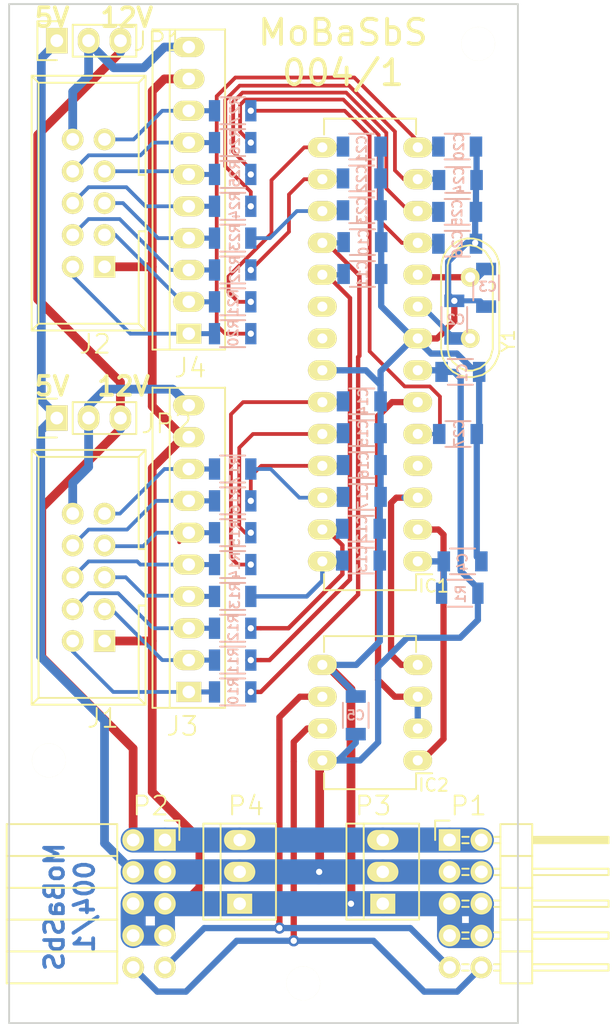
<source format=kicad_pcb>
(kicad_pcb (version 20241229) (generator "pcbnew") (generator_version "9.0")
  (title_block (title "µProzessor-ATMEGA8") (date "2019-03-04") (rev "1") (comment 2 "MoBaSbS-004") (comment 3 "µProzessor Board-ATMEGA8") (comment 4 "MoBaSbS"))
  (layers (0 "F.Cu" signal) (2 "B.Cu" signal) (13 "F.Paste" user) (15 "B.Paste" user) (5 "F.SilkS" user) (7 "B.SilkS" user) (1 "F.Mask" user) (3 "B.Mask" user) (25 "Edge.Cuts" user))
  (net 0 "")
  (net 1 "+5V")
  (net 2 "GND")
  (net 3 "Net-(C2-Pad1)")
  (net 4 "Net-(C3-Pad1)")
  (net 5 "Net-(C4-Pad1)")
  (net 6 "Net-(IC1-Pad2)")
  (net 7 "Net-(IC1-Pad3)")
  (net 8 "Net-(IC1-Pad6)")
  (net 9 "Net-(IC2-Pad6)")
  (net 10 "Net-(IC2-Pad7)")
  (net 11 "+12V")
  (net 12 "Net-(C10-Pad2)")
  (net 13 "Net-(C11-Pad2)")
  (net 14 "Net-(C12-Pad2)")
  (net 15 "Net-(C13-Pad2)")
  (net 16 "Net-(C14-Pad2)")
  (net 17 "Net-(C15-Pad2)")
  (net 18 "Net-(C16-Pad2)")
  (net 19 "Net-(C17-Pad2)")
  (net 20 "Net-(C20-Pad2)")
  (net 21 "Net-(C21-Pad2)")
  (net 22 "Net-(C22-Pad2)")
  (net 23 "Net-(C23-Pad2)")
  (net 24 "Net-(C24-Pad2)")
  (net 25 "Net-(C25-Pad2)")
  (net 26 "Net-(C26-Pad2)")
  (net 27 "Net-(C27-Pad2)")
  (net 28 "Net-(J1-Pad2)")
  (net 29 "Net-(J1-Pad3)")
  (net 30 "Net-(J1-Pad4)")
  (net 31 "Net-(J1-Pad5)")
  (net 32 "Net-(J1-Pad6)")
  (net 33 "Net-(J1-Pad7)")
  (net 34 "Net-(J1-Pad8)")
  (net 35 "Net-(J1-Pad9)")
  (net 36 "Net-(J2-Pad2)")
  (net 37 "Net-(J2-Pad3)")
  (net 38 "Net-(J2-Pad4)")
  (net 39 "Net-(J2-Pad5)")
  (net 40 "Net-(J2-Pad6)")
  (net 41 "Net-(J2-Pad7)")
  (net 42 "Net-(J2-Pad8)")
  (net 43 "Net-(J2-Pad9)")
  (net 44 "Net-(J1-Pad10)")
  (net 45 "Net-(J2-Pad10)")
  (footprint "Housings_DIP:DIP-28_W7.62mm_LongPads" (layer "F.Cu") (at 121.285 128.905 180)
    (property "Reference" "IC1")
    (property "Value" "ATMEGA8A-P" (hide yes))
  )
  (footprint "Housings_DIP:DIP-8_W7.62mm_LongPads" (layer "F.Cu") (at 121.285 144.78 180)
    (property "Reference" "IC2")
    (property "Value" "MAX485" (hide yes))
  )
  (footprint "Connect:IDC_Header_Straight_10pins" (layer "F.Cu") (at 96.266 135.255 90)
    (property "Reference" "J1")
    (property "Value" "10-Flachband")
  )
  (footprint "Connect:IDC_Header_Straight_10pins" (layer "F.Cu") (at 96.266 105.41 90)
    (property "Reference" "J2")
    (property "Value" "10-Flachband")
  )
  (footprint "Pin_Headers:Pin_Header_Angled_2x05" (layer "F.Cu") (at 123.825 151.13)
    (property "Reference" "P1")
    (property "Value" "CONN_02X05" (hide yes))
  )
  (footprint "Socket_Strips:Socket_Strip_Angled_2x05" (layer "F.Cu") (at 101.092 151.13 -90)
    (property "Reference" "P2")
    (property "Value" "CONN_02X05" (hide yes))
  )
  (footprint "Crystals:Crystal_HC49-U_Vertical" (layer "F.Cu") (at 125.476 108.68406 90)
    (property "Reference" "Y1")
    (property "Value" "8MHz" (hide yes))
  )
  (footprint "Mounting_Holes:MountingHole_2.7mm" (layer "F.Cu") (at 112.141 162.56)
    (property "Reference" "REF**" (hide yes))
    (property "Value" "MountingHole_2.7mm" (hide yes))
  )
  (footprint "Mounting_Holes:MountingHole_2.7mm" (layer "F.Cu") (at 91.821 144.78)
    (property "Reference" "REF**" (hide yes))
    (property "Value" "MountingHole_2.7mm" (hide yes))
  )
  (footprint "Mounting_Holes:MountingHole_2.7mm" (layer "F.Cu") (at 126.111 87.63)
    (property "Reference" "REF**" (hide yes))
    (property "Value" "MountingHole_2.7mm" (hide yes))
  )
  (footprint "Pin_Headers:Pin_Header_Straight_1x03" (layer "F.Cu") (at 92.456 87.376 90)
    (property "Reference" "JP1")
    (property "Value" "JUMPER3" (hide yes))
  )
  (footprint "Pin_Headers:Pin_Header_Straight_1x03" (layer "F.Cu") (at 92.456 117.475 90)
    (property "Reference" "JP2")
    (property "Value" "JUMPER3" (hide yes))
  )
  (footprint "StefanFootPin:PSS254-10G" (layer "F.Cu") (at 102.997 139.319 90)
    (property "Reference" "J3")
    (property "Value" "PSS254-10P" (hide yes))
  )
  (footprint "StefanFootPin:PSS254-10G" (layer "F.Cu") (at 102.997 110.744 90)
    (property "Reference" "J4")
    (property "Value" "PSS254-10P" (hide yes))
  )
  (footprint "StefanFootPin:PSS254-3G" (layer "F.Cu") (at 118.491 156.21 90)
    (property "Reference" "P3")
    (property "Value" "PSS-3G" (hide yes))
  )
  (footprint "StefanFootPin:PSS254-3G" (layer "F.Cu") (at 107.061 156.21 90)
    (property "Reference" "P4")
    (property "Value" "PSS-3G" (hide yes))
  )
  (footprint "Capacitors_SMD:C_1206" (layer "B.Cu") (at 124.69 113.792)
    (property "Reference" "C1")
    (property "Value" "100nF" (hide yes))
  )
  (footprint "Capacitors_SMD:C_1206" (layer "B.Cu") (at 124.206 109.625 90)
    (property "Reference" "C2")
    (property "Value" "33pF" (hide yes))
  )
  (footprint "Capacitors_SMD:C_1206" (layer "B.Cu") (at 126.746 107.085 -90)
    (property "Reference" "C3")
    (property "Value" "33pF" (hide yes))
  )
  (footprint "Capacitors_SMD:C_1206" (layer "B.Cu") (at 124.865 128.905)
    (property "Reference" "C4")
    (property "Value" "100nF" (hide yes))
  )
  (footprint "Capacitors_SMD:C_1206" (layer "B.Cu") (at 116.332 141.1845 90)
    (property "Reference" "C5")
    (property "Value" "100nF" (hide yes))
  )
  (footprint "Capacitors_SMD:C_1206" (layer "B.Cu") (at 116.864 103.4415 180)
    (property "Reference" "C10")
    (property "Value" "47nF" (hide yes))
  )
  (footprint "Capacitors_SMD:C_1206" (layer "B.Cu") (at 116.864 105.9815 180)
    (property "Reference" "C11")
    (property "Value" "47nF" (hide yes))
  )
  (footprint "Capacitors_SMD:C_1206" (layer "B.Cu") (at 116.7525 126.3015 180)
    (property "Reference" "C12")
    (property "Value" "47nF" (hide yes))
  )
  (footprint "Capacitors_SMD:C_1206" (layer "B.Cu") (at 116.7525 128.8415 180)
    (property "Reference" "C13")
    (property "Value" "47nF" (hide yes))
  )
  (footprint "Capacitors_SMD:C_1206" (layer "B.Cu") (at 116.816 116.1415 180)
    (property "Reference" "C14")
    (property "Value" "47nF" (hide yes))
  )
  (footprint "Capacitors_SMD:C_1206" (layer "B.Cu") (at 116.816 118.6815 180)
    (property "Reference" "C15")
    (property "Value" "47nF" (hide yes))
  )
  (footprint "Capacitors_SMD:C_1206" (layer "B.Cu") (at 116.816 121.2215 180)
    (property "Reference" "C16")
    (property "Value" "47nF" (hide yes))
  )
  (footprint "Capacitors_SMD:C_1206" (layer "B.Cu") (at 116.816 123.7615 180)
    (property "Reference" "C17")
    (property "Value" "47nF" (hide yes))
  )
  (footprint "Capacitors_SMD:C_1206" (layer "B.Cu") (at 124.436 95.8215 180)
    (property "Reference" "C20")
    (property "Value" "47nF" (hide yes))
  )
  (footprint "Capacitors_SMD:C_1206" (layer "B.Cu") (at 116.816 95.8215 180)
    (property "Reference" "C21")
    (property "Value" "47nF" (hide yes))
  )
  (footprint "Capacitors_SMD:C_1206" (layer "B.Cu") (at 116.816 98.3615 180)
    (property "Reference" "C22")
    (property "Value" "47nF" (hide yes))
  )
  (footprint "Capacitors_SMD:C_1206" (layer "B.Cu") (at 116.816 100.9015 180)
    (property "Reference" "C23")
    (property "Value" "47nF" (hide yes))
  )
  (footprint "Capacitors_SMD:C_1206" (layer "B.Cu") (at 124.484 98.4885 180)
    (property "Reference" "C24")
    (property "Value" "47nF" (hide yes))
  )
  (footprint "Capacitors_SMD:C_1206" (layer "B.Cu") (at 124.436 101.0285 180)
    (property "Reference" "C25")
    (property "Value" "47nF" (hide yes))
  )
  (footprint "Resistors_SMD:R_1206" (layer "B.Cu") (at 124.64 131.445 180)
    (property "Reference" "R1")
    (property "Value" "10K0" (hide yes))
  )
  (footprint "Resistors_SMD:R_1206" (layer "B.Cu") (at 106.5 139.319)
    (property "Reference" "R10")
    (property "Value" "R" (hide yes))
  )
  (footprint "Resistors_SMD:R_1206" (layer "B.Cu") (at 106.5 136.779)
    (property "Reference" "R11")
    (property "Value" "R" (hide yes))
  )
  (footprint "Resistors_SMD:R_1206" (layer "B.Cu") (at 106.5 134.239)
    (property "Reference" "R12")
    (property "Value" "R" (hide yes))
  )
  (footprint "Resistors_SMD:R_1206" (layer "B.Cu") (at 106.5 131.699)
    (property "Reference" "R13")
    (property "Value" "R" (hide yes))
  )
  (footprint "Resistors_SMD:R_1206" (layer "B.Cu") (at 106.5 129.159)
    (property "Reference" "R14")
    (property "Value" "R" (hide yes))
  )
  (footprint "Resistors_SMD:R_1206" (layer "B.Cu") (at 106.5 126.619)
    (property "Reference" "R15")
    (property "Value" "R" (hide yes))
  )
  (footprint "Resistors_SMD:R_1206" (layer "B.Cu") (at 106.5 124.079)
    (property "Reference" "R16")
    (property "Value" "R" (hide yes))
  )
  (footprint "Resistors_SMD:R_1206" (layer "B.Cu") (at 106.5 121.539)
    (property "Reference" "R17")
    (property "Value" "R" (hide yes))
  )
  (footprint "Resistors_SMD:R_1206" (layer "B.Cu") (at 106.5 110.744)
    (property "Reference" "R20")
    (property "Value" "R" (hide yes))
  )
  (footprint "Resistors_SMD:R_1206" (layer "B.Cu") (at 106.5 108.204)
    (property "Reference" "R21")
    (property "Value" "R" (hide yes))
  )
  (footprint "Resistors_SMD:R_1206" (layer "B.Cu") (at 106.5 105.664)
    (property "Reference" "R22")
    (property "Value" "R" (hide yes))
  )
  (footprint "Resistors_SMD:R_1206" (layer "B.Cu") (at 106.5 103.124)
    (property "Reference" "R23")
    (property "Value" "R" (hide yes))
  )
  (footprint "Resistors_SMD:R_1206" (layer "B.Cu") (at 106.5 100.584)
    (property "Reference" "R24")
    (property "Value" "R" (hide yes))
  )
  (footprint "Resistors_SMD:R_1206" (layer "B.Cu") (at 106.5 98.044)
    (property "Reference" "R25")
    (property "Value" "R" (hide yes))
  )
  (footprint "Resistors_SMD:R_1206" (layer "B.Cu") (at 106.5 95.504)
    (property "Reference" "R26")
    (property "Value" "R" (hide yes))
  )
  (footprint "Resistors_SMD:R_1206" (layer "B.Cu") (at 106.5 92.964)
    (property "Reference" "R27")
    (property "Value" "R" (hide yes))
  )
  (footprint "Capacitors_SMD:C_1206" (layer "B.Cu") (at 124.436 103.5685 180)
    (property "Reference" "C26")
    (property "Value" "47nF" (hide yes))
  )
  (footprint "Capacitors_SMD:C_1206" (layer "B.Cu") (at 124.4995 118.745 180)
    (property "Reference" "C27")
    (property "Value" "47nF" (hide yes))
  )
  (gr_line (start 129.286 84.455) (end 88.646 84.455) (stroke (width 0.15)) (layer "Edge.Cuts"))
  (gr_line (start 129.286 165.735) (end 129.286 84.455) (stroke (width 0.15)) (layer "Edge.Cuts"))
  (gr_line (start 88.646 84.455) (end 88.646 165.735) (stroke (width 0.15)) (layer "Edge.Cuts"))
  (gr_line (start 88.646 165.735) (end 129.286 165.735) (stroke (width 0.15)) (layer "Edge.Cuts"))
  (gr_text "MoBaSbS\n004/1" (at 93.472 156.464 90) (layer "B.Cu") (effects (font (size 1.5 1.5) (thickness 0.3)) (justify mirror)))
  (gr_text "5V" (at 92.075 85.5345 0) (layer "F.SilkS") (effects (font (size 1.5 1.5) (thickness 0.3))))
  (gr_text "12V" (at 98.044 85.5345 0) (layer "F.SilkS") (effects (font (size 1.5 1.5) (thickness 0.3))))
  (gr_text "12V" (at 97.79 114.935 0) (layer "F.SilkS") (effects (font (size 1.5 1.5) (thickness 0.3))))
  (gr_text "5V" (at 92.075 114.935 0) (layer "F.SilkS") (effects (font (size 1.5 1.5) (thickness 0.3))))
  (gr_text "MoBaSbS\n004/1" (at 115.316 88.3285 0) (layer "F.SilkS") (effects (font (size 2 2) (thickness 0.3))))
  (segment (start 113.665 144.78) (end 113.449511 144.995489) (width 0.7) (layer "F.Cu") (net 1))
  (segment (start 113.449511 153.631489) (end 113.411 153.67) (width 0.7) (layer "F.Cu") (net 1))
  (segment (start 92.456 117.3226) (end 92.456 117.475) (width 0.7) (layer "F.Cu") (net 1))
  (segment (start 113.449511 144.995489) (end 113.449511 153.631489) (width 0.7) (layer "F.Cu") (net 1))
  (segment (start 92.456 87.376) (end 92.456 87.5284) (width 0.7) (layer "F.Cu") (net 1))
  (segment (start 92.456 117.475) (end 92.172132 117.475) (width 0.7) (layer "F.Cu") (net 1))
  (via (at 113.411 153.67) (size 0.9) (drill 0.5) (layers "F.Cu" "B.Cu") (net 1))
  (segment (start 116.67511 144.78) (end 113.665 144.78) (width 0.5) (layer "B.Cu") (net 1))
  (segment (start 113.665 144.78) (end 114.046 144.78) (width 0.5) (layer "B.Cu") (net 1))
  (segment (start 116.332 143.374844) (end 114.926844 144.78) (width 0.5) (layer "B.Cu") (net 1))
  (segment (start 121.285 113.665) (end 123.063 113.665) (width 0.5) (layer "B.Cu") (net 1))
  (segment (start 126.09 131.445) (end 126.09 133.577053) (width 0.5) (layer "B.Cu") (net 1))
  (segment (start 120.434687 134.99599) (end 118.122694 137.307983) (width 0.5) (layer "B.Cu") (net 1))
  (segment (start 113.411 153.67) (end 118.491 153.67) (width 2) (layer "B.Cu") (net 1))
  (segment (start 92.456 87.5284) (end 91.216164 88.768236) (width 0.7) (layer "B.Cu") (net 1))
  (segment (start 91.216164 88.768236) (end 91.216164 116.082764) (width 0.7) (layer "B.Cu") (net 1))
  (segment (start 91.173279 118.473853) (end 91.173279 136.512279) (width 0.7) (layer "B.Cu") (net 1))
  (segment (start 101.092 153.67) (end 98.552 153.67) (width 2) (layer "B.Cu") (net 1))
  (segment (start 126.09 133.577053) (end 124.671063 134.99599) (width 0.5) (layer "B.Cu") (net 1))
  (segment (start 124.714 114.316) (end 124.714 129.669) (width 0.5) (layer "B.Cu") (net 1))
  (segment (start 126.365 153.67) (end 123.825 153.67) (width 2) (layer "B.Cu") (net 1))
  (segment (start 101.092 153.67) (end 107.061 153.67) (width 2) (layer "B.Cu") (net 1))
  (segment (start 118.122694 137.307983) (end 118.122694 143.332416) (width 0.5) (layer "B.Cu") (net 1))
  (segment (start 124.671063 134.99599) (end 120.434687 134.99599) (width 0.5) (layer "B.Cu") (net 1))
  (segment (start 92.172132 117.475) (end 91.173279 118.473853) (width 0.7) (layer "B.Cu") (net 1))
  (segment (start 118.491 153.67) (end 123.825 153.67) (width 2) (layer "B.Cu") (net 1))
  (segment (start 96.266 141.605) (end 96.266 151.384) (width 0.7) (layer "B.Cu") (net 1))
  (segment (start 123.19 113.792) (end 124.19 113.792) (width 0.5) (layer "B.Cu") (net 1))
  (segment (start 114.926844 144.78) (end 113.665 144.78) (width 0.5) (layer "B.Cu") (net 1))
  (segment (start 116.332 142.494) (end 116.332 143.374844) (width 0.5) (layer "B.Cu") (net 1))
  (segment (start 124.19 113.792) (end 124.714 114.316) (width 0.5) (layer "B.Cu") (net 1))
  (segment (start 107.061 153.67) (end 113.411 153.67) (width 2) (layer "B.Cu") (net 1))
  (segment (start 91.173279 136.512279) (end 96.266 141.605) (width 0.7) (layer "B.Cu") (net 1))
  (segment (start 91.216164 116.082764) (end 92.456 117.3226) (width 0.7) (layer "B.Cu") (net 1))
  (segment (start 118.122694 143.332416) (end 116.67511 144.78) (width 0.5) (layer "B.Cu") (net 1))
  (segment (start 96.266 151.384) (end 98.552 153.67) (width 0.7) (layer "B.Cu") (net 1))
  (segment (start 124.714 129.669) (end 126.09 131.045) (width 0.5) (layer "B.Cu") (net 1))
  (segment (start 102.997 90.424) (end 101.047 90.424) (width 0.7) (layer "F.Cu") (net 2))
  (segment (start 122.835 111.125) (end 124.206 109.754) (width 0.5) (layer "F.Cu") (net 2))
  (segment (start 100.076 135.255) (end 100.076 147.299598) (width 0.7) (layer "F.Cu") (net 2))
  (segment (start 96.266 105.41) (end 100.076 105.41) (width 0.7) (layer "F.Cu") (net 2))
  (segment (start 103.886 154.917132) (end 102.593132 156.21) (width 0.7) (layer "F.Cu") (net 2))
  (segment (start 100.076 121.47) (end 100.076 135.255) (width 0.7) (layer "F.Cu") (net 2))
  (segment (start 100.076 91.395) (end 100.076 105.41) (width 0.7) (layer "F.Cu") (net 2))
  (segment (start 100.076 147.299598) (end 103.886 151.109598) (width 0.7) (layer "F.Cu") (net 2))
  (segment (start 100.076 105.41) (end 100.076 116.528) (width 0.7) (layer "F.Cu") (net 2))
  (segment (start 102.547 118.999) (end 100.076 121.47) (width 0.7) (layer "F.Cu") (net 2))
  (segment (start 101.047 90.424) (end 100.076 91.395) (width 0.7) (layer "F.Cu") (net 2))
  (segment (start 96.266 135.255) (end 100.076 135.255) (width 0.7) (layer "F.Cu") (net 2))
  (segment (start 103.886 151.109598) (end 103.886 154.917132) (width 0.7) (layer "F.Cu") (net 2))
  (segment (start 100.076 116.528) (end 102.547 118.999) (width 0.7) (layer "F.Cu") (net 2))
  (segment (start 124.206 109.754) (end 124.206 109.025) (width 0.5) (layer "F.Cu") (net 2))
  (segment (start 124.206 109.025) (end 124.206 108.125) (width 0.5) (layer "F.Cu") (net 2))
  (segment (start 115.951 139.096) (end 115.951 139.650431) (width 0.7) (layer "F.Cu") (net 2))
  (segment (start 115.951 139.650431) (end 115.951 156.21) (width 0.7) (layer "F.Cu") (net 2))
  (segment (start 121.285 111.125) (end 122.835 111.125) (width 0.5) (layer "F.Cu") (net 2))
  (segment (start 114.015 137.16) (end 115.951 139.096) (width 0.7) (layer "F.Cu") (net 2))
  (segment (start 102.593132 156.21) (end 101.092 156.21) (width 0.7) (layer "F.Cu") (net 2))
  (segment (start 121.285 111.125) (end 121.635 111.125) (width 0.5) (layer "F.Cu") (net 2))
  (segment (start 102.997 90.424) (end 102.497 90.424) (width 1) (layer "F.Cu") (net 2))
  (segment (start 120.935 111.125) (end 121.285 111.125) (width 0.5) (layer "F.Cu") (net 2))
  (via (at 125.8725 103.505) (size 0.9) (drill 0.5) (layers "F.Cu" "B.Cu") (net 2))
  (via (at 115.951 156.21) (size 0.9) (drill 0.5) (layers "F.Cu" "B.Cu") (net 2))
  (via (at 124.206 108.125) (size 0.9) (drill 0.5) (layers "F.Cu" "B.Cu") (net 2))
  (segment (start 113.998 137.16) (end 116.332 139.494) (width 0.5) (layer "B.Cu") (net 2))
  (segment (start 126.365 158.75) (end 126.365 156.21) (width 2) (layer "B.Cu") (net 2))
  (segment (start 116.3705 137.16) (end 113.665 137.16) (width 0.5) (layer "B.Cu") (net 2))
  (segment (start 123.711675 107.630675) (end 124.206 108.125) (width 0.5) (layer "B.Cu") (net 2))
  (segment (start 125.936 98.5365) (end 125.984 98.4885) (width 0.5) (layer "B.Cu") (net 2))
  (segment (start 124.408711 112.330181) (end 125.57053 113.492) (width 0.5) (layer "B.Cu") (net 2))
  (segment (start 115.315 113.665) (end 113.665 113.665) (width 0.5) (layer "B.Cu") (net 2))
  (segment (start 125.9995 118.745) (end 125.9995 128.5395) (width 0.5) (layer "B.Cu") (net 2))
  (segment (start 118.364 103.4415) (end 118.364 105.9815) (width 0.5) (layer "B.Cu") (net 2))
  (segment (start 101.092 158.75) (end 98.552 158.75) (width 1.6) (layer "B.Cu") (net 2))
  (segment (start 125.8725 103.505) (end 125.201501 103.505) (width 0.5) (layer "B.Cu") (net 2))
  (segment (start 118.364 108.554) (end 120.935 111.125) (width 0.5) (layer "B.Cu") (net 2))
  (segment (start 118.316 100.9015) (end 118.316 103.3935) (width 0.5) (layer "B.Cu") (net 2))
  (segment (start 118.316 98.3615) (end 118.316 100.9015) (width 0.5) (layer "B.Cu") (net 2))
  (segment (start 118.2525 128.905) (end 118.2525 135.278) (width 0.5) (layer "B.Cu") (net 2))
  (segment (start 113.665 137.16) (end 114.015 137.16) (width 0.7) (layer "B.Cu") (net 2))
  (segment (start 121.635 111.125) (end 121.635 111.622283) (width 0.5) (layer "B.Cu") (net 2))
  (segment (start 102.547 118.999) (end 102.997 118.999) (width 0.7) (layer "B.Cu") (net 2))
  (segment (start 125.8725 101.092) (end 125.936 101.0285) (width 0.5) (layer "B.Cu") (net 2))
  (segment (start 101.092 156.21) (end 107.061 156.21) (width 2) (layer "B.Cu") (net 2))
  (segment (start 118.491 156.21) (end 123.825 156.21) (width 2) (layer "B.Cu") (net 2))
  (segment (start 121.635 111.622283) (end 122.342898 112.330181) (width 0.5) (layer "B.Cu") (net 2))
  (segment (start 118.2525 123.825) (end 118.316 123.7615) (width 0.5) (layer "B.Cu") (net 2))
  (segment (start 107.061 156.21) (end 115.951 156.21) (width 2) (layer "B.Cu") (net 2))
  (segment (start 125.201501 103.505) (end 123.711675 104.994826) (width 0.5) (layer "B.Cu") (net 2))
  (segment (start 117.1395 113.665) (end 115.315 113.665) (width 0.5) (layer "B.Cu") (net 2))
  (segment (start 125.984 98.4885) (end 125.984 95.8695) (width 0.5) (layer "B.Cu") (net 2))
  (segment (start 126.365 158.75) (end 123.825 158.75) (width 2) (layer "B.Cu") (net 2))
  (segment (start 125.8725 103.505) (end 125.8725 101.092) (width 0.5) (layer "B.Cu") (net 2))
  (segment (start 113.665 137.16) (end 113.998 137.16) (width 0.5) (layer "B.Cu") (net 2))
  (segment (start 123.825 158.75) (end 123.825 156.21) (width 2) (layer "B.Cu") (net 2))
  (segment (start 118.316 114.8415) (end 118.316 113.744) (width 0.5) (layer "B.Cu") (net 2))
  (segment (start 118.316 121.2215) (end 118.316 118.6815) (width 0.5) (layer "B.Cu") (net 2))
  (segment (start 118.316 116.1415) (end 118.316 114.8415) (width 0.5) (layer "B.Cu") (net 2))
  (segment (start 126.19 113.792) (end 126.19 118.5545) (width 0.5) (layer "B.Cu") (net 2))
  (segment (start 126.19 118.5545) (end 125.9995 118.745) (width 0.5) (layer "B.Cu") (net 2))
  (segment (start 125.936 101.0285) (end 125.936 98.5365) (width 0.5) (layer "B.Cu") (net 2))
  (segment (start 118.316 95.8215) (end 118.316 98.3615) (width 0.5) (layer "B.Cu") (net 2))
  (segment (start 101.092 158.75) (end 101.092 156.21) (width 1.6) (layer "B.Cu") (net 2))
  (segment (start 125.984 95.8695) (end 125.936 95.8215) (width 0.5) (layer "B.Cu") (net 2))
  (segment (start 118.316 113.744) (end 120.935 111.125) (width 0.5) (layer "B.Cu") (net 2))
  (segment (start 118.316 123.7615) (end 118.316 121.2215) (width 0.5) (layer "B.Cu") (net 2))
  (segment (start 118.2525 135.278) (end 116.3705 137.16) (width 0.5) (layer "B.Cu") (net 2))
  (segment (start 101.092 156.21) (end 98.552 156.21) (width 2) (layer "B.Cu") (net 2))
  (segment (start 122.342898 112.330181) (end 124.408711 112.330181) (width 0.5) (layer "B.Cu") (net 2))
  (segment (start 115.951 156.21) (end 118.491 156.21) (width 2) (layer "B.Cu") (net 2))
  (segment (start 118.316 118.6815) (end 118.316 116.1415) (width 0.5) (layer "B.Cu") (net 2))
  (segment (start 126.365 156.21) (end 123.825 156.21) (width 2) (layer "B.Cu") (net 2))
  (segment (start 123.711675 104.994826) (end 123.711675 107.630675) (width 0.5) (layer "B.Cu") (net 2))
  (segment (start 126.286 108.125) (end 126.746 108.585) (width 0.4) (layer "B.Cu") (net 2))
  (segment (start 118.316 103.3935) (end 118.364 103.4415) (width 0.5) (layer "B.Cu") (net 2))
  (segment (start 125.57053 113.492) (end 126.19 113.492) (width 0.5) (layer "B.Cu") (net 2))
  (segment (start 98.552 156.21) (end 98.552 158.75) (width 2) (layer "B.Cu") (net 2))
  (segment (start 118.364 105.9815) (end 118.364 108.554) (width 0.5) (layer "B.Cu") (net 2))
  (segment (start 118.2525 126.3015) (end 118.2525 123.825) (width 0.5) (layer "B.Cu") (net 2))
  (segment (start 120.935 111.125) (end 121.285 111.125) (width 0.5) (layer "B.Cu") (net 2))
  (segment (start 118.316 114.8415) (end 117.1395 113.665) (width 0.5) (layer "B.Cu") (net 2))
  (segment (start 124.206 108.125) (end 126.286 108.125) (width 0.4) (layer "B.Cu") (net 2))
  (segment (start 118.2525 128.8415) (end 118.2525 126.3015) (width 0.5) (layer "B.Cu") (net 2))
  (segment (start 121.285 108.585) (end 121.666 108.585) (width 0.4) (layer "F.Cu") (net 3))
  (segment (start 124.206 111.125) (end 125.476 111.125) (width 0.4) (layer "B.Cu") (net 3))
  (segment (start 121.666 108.585) (end 124.206 111.125) (width 0.4) (layer "B.Cu") (net 3))
  (segment (start 121.48312 106.24312) (end 121.285 106.045) (width 0.5) (layer "F.Cu") (net 4))
  (segment (start 125.476 106.24312) (end 121.48312 106.24312) (width 0.5) (layer "F.Cu") (net 4))
  (segment (start 126.08788 106.24312) (end 126.746 105.585) (width 0.5) (layer "B.Cu") (net 4))
  (segment (start 125.476 106.24312) (end 126.08788 106.24312) (width 0.5) (layer "B.Cu") (net 4))
  (segment (start 121.285 128.905) (end 123.365 128.905) (width 0.5) (layer "B.Cu") (net 5))
  (segment (start 123.365 128.905) (end 123.365 131.27) (width 0.5) (layer "B.Cu") (net 5))
  (segment (start 121.635 144.78) (end 121.285 144.78) (width 0.5) (layer "F.Cu") (net 6))
  (segment (start 123.344232 126.774232) (end 123.344232 143.070768) (width 0.5) (layer "F.Cu") (net 6))
  (segment (start 121.285 126.365) (end 122.935 126.365) (width 0.5) (layer "F.Cu") (net 6))
  (segment (start 123.344232 143.070768) (end 121.635 144.78) (width 0.5) (layer "F.Cu") (net 6))
  (segment (start 122.935 126.365) (end 123.344232 126.774232) (width 0.5) (layer "F.Cu") (net 6))
  (segment (start 119.970024 137.16) (end 121.285 137.16) (width 0.5) (layer "F.Cu") (net 7))
  (segment (start 120.217266 123.825) (end 119.570442 123.825) (width 0.5) (layer "F.Cu") (net 7))
  (segment (start 119.153597 124.241845) (end 119.153597 136.343573) (width 0.5) (layer "F.Cu") (net 7))
  (segment (start 119.570442 123.825) (end 119.153597 124.241845) (width 0.5) (layer "F.Cu") (net 7))
  (segment (start 119.153597 136.343573) (end 119.970024 137.16) (width 0.5) (layer "F.Cu") (net 7))
  (segment (start 121.285 123.825) (end 120.217266 123.825) (width 0.5) (layer "B.Cu") (net 7))
  (segment (start 118.115256 117.319572) (end 118.115256 138.36328) (width 0.5) (layer "F.Cu") (net 8))
  (segment (start 120.935 116.205) (end 119.229828 116.205) (width 0.5) (layer "F.Cu") (net 8))
  (segment (start 119.229828 116.205) (end 118.115256 117.319572) (width 0.5) (layer "F.Cu") (net 8))
  (segment (start 118.115256 138.36328) (end 119.451976 139.7) (width 0.5) (layer "F.Cu") (net 8))
  (segment (start 119.451976 139.7) (end 120.935 139.7) (width 0.5) (layer "F.Cu") (net 8))
  (segment (start 120.935 139.7) (end 121.285 139.7) (width 0.5) (layer "B.Cu") (net 8))
  (segment (start 121.285 139.7) (end 121.285 142.24) (width 0.5) (layer "B.Cu") (net 8))
  (segment (start 121.285 116.205) (end 120.935 116.205) (width 0.5) (layer "B.Cu") (net 8))
  (segment (start 101.107375 161.305375) (end 101.092 161.29) (width 0.5) (layer "F.Cu") (net 9))
  (segment (start 110.236 141.33221) (end 110.236 143.129) (width 0.5) (layer "F.Cu") (net 9))
  (segment (start 110.236 143.129) (end 110.236 158.152025) (width 0.5) (layer "F.Cu") (net 9))
  (segment (start 111.86821 139.7) (end 110.236 141.33221) (width 0.5) (layer "F.Cu") (net 9))
  (segment (start 113.665 139.7) (end 111.86821 139.7) (width 0.5) (layer "F.Cu") (net 9))
  (via (at 110.236 158.152025) (size 0.9) (drill 0.5) (layers "F.Cu" "B.Cu") (net 9))
  (segment (start 101.092 161.29) (end 104.229975 158.152025) (width 0.5) (layer "B.Cu") (net 9))
  (segment (start 104.229975 158.152025) (end 110.236 158.152025) (width 0.5) (layer "B.Cu") (net 9))
  (segment (start 110.236 158.152025) (end 120.687025 158.152025) (width 0.5) (layer "B.Cu") (net 9))
  (segment (start 120.687025 158.152025) (end 123.825 161.29) (width 0.5) (layer "B.Cu") (net 9))
  (segment (start 112.447549 142.24) (end 111.379 143.308549) (width 0.5) (layer "F.Cu") (net 10))
  (segment (start 111.379 144.871852) (end 111.379 159.165811) (width 0.5) (layer "F.Cu") (net 10))
  (segment (start 111.379 143.308549) (end 111.379 144.871852) (width 0.5) (layer "F.Cu") (net 10))
  (segment (start 113.665 142.24) (end 112.447549 142.24) (width 0.5) (layer "F.Cu") (net 10))
  (segment (start 126.365 161.29) (end 126.365 161.677687) (width 0.5) (layer "F.Cu") (net 10))
  (via (at 111.379 159.165811) (size 0.9) (drill 0.5) (layers "F.Cu" "B.Cu") (net 10))
  (segment (start 106.826224 159.165811) (end 111.379 159.165811) (width 0.5) (layer "B.Cu") (net 10))
  (segment (start 121.799053 163.220952) (end 124.434048 163.220952) (width 0.5) (layer "B.Cu") (net 10))
  (segment (start 117.743912 159.165811) (end 121.799053 163.220952) (width 0.5) (layer "B.Cu") (net 10))
  (segment (start 124.434048 163.220952) (end 126.365 161.29) (width 0.5) (layer "B.Cu") (net 10))
  (segment (start 100.482952 163.220952) (end 102.771083 163.220952) (width 0.5) (layer "B.Cu") (net 10))
  (segment (start 98.552 161.29) (end 100.482952 163.220952) (width 0.5) (layer "B.Cu") (net 10))
  (segment (start 102.771083 163.220952) (end 106.826224 159.165811) (width 0.5) (layer "B.Cu") (net 10))
  (segment (start 111.379 159.165811) (end 117.743912 159.165811) (width 0.5) (layer "B.Cu") (net 10))
  (segment (start 91.25374 136.536647) (end 98.552 143.834907) (width 0.7) (layer "F.Cu") (net 11))
  (segment (start 90.931895 94.89269) (end 90.931895 108.00791) (width 0.7) (layer "F.Cu") (net 11))
  (segment (start 90.931895 108.00791) (end 97.536 114.612015) (width 0.7) (layer "F.Cu") (net 11))
  (segment (start 97.536 114.612015) (end 97.536 117.475) (width 0.7) (layer "F.Cu") (net 11))
  (segment (start 97.536 118.346091) (end 91.25374 124.628351) (width 0.7) (layer "F.Cu") (net 11))
  (segment (start 91.25374 124.628351) (end 91.25374 136.536647) (width 0.7) (layer "F.Cu") (net 11))
  (segment (start 98.552 143.834907) (end 98.552 149.908686) (width 0.7) (layer "F.Cu") (net 11))
  (segment (start 97.536 88.288585) (end 90.931895 94.89269) (width 0.7) (layer "F.Cu") (net 11))
  (segment (start 98.552 149.908686) (end 98.552 151.13) (width 0.7) (layer "F.Cu") (net 11))
  (segment (start 107.061 151.13) (end 101.092 151.13) (width 2) (layer "B.Cu") (net 11))
  (segment (start 97.536 117.475) (end 97.536 118.346091) (width 0.7) (layer "B.Cu") (net 11))
  (segment (start 101.092 151.13) (end 98.552 151.13) (width 2) (layer "B.Cu") (net 11))
  (segment (start 123.825 151.13) (end 118.491 151.13) (width 2) (layer "B.Cu") (net 11))
  (segment (start 97.536 87.376) (end 97.536 88.288585) (width 0.7) (layer "B.Cu") (net 11))
  (segment (start 118.491 151.13) (end 107.061 151.13) (width 2) (layer "B.Cu") (net 11))
  (segment (start 123.825 151.13) (end 126.365 151.13) (width 2) (layer "B.Cu") (net 11))
  (segment (start 116.523133 131.545867) (end 108.75 139.319) (width 0.35) (layer "F.Cu") (net 12))
  (segment (start 116.623346 106.113346) (end 116.623346 112.507959) (width 0.35) (layer "F.Cu") (net 12))
  (segment (start 116.523133 112.608172) (end 116.523133 131.545867) (width 0.35) (layer "F.Cu") (net 12))
  (segment (start 108.75 139.319) (end 107.95 139.319) (width 0.35) (layer "F.Cu") (net 12))
  (segment (start 116.623346 112.507959) (end 116.523133 112.608172) (width 0.35) (layer "F.Cu") (net 12))
  (segment (start 114.015 103.505) (end 116.623346 106.113346) (width 0.35) (layer "F.Cu") (net 12))
  (segment (start 113.665 103.505) (end 114.015 103.505) (width 0.35) (layer "F.Cu") (net 12))
  (via (at 107.95 139.319) (size 0.9) (drill 0.5) (layers "F.Cu" "B.Cu") (net 12))
  (segment (start 113.665 103.505) (end 115.3005 103.505) (width 0.4) (layer "B.Cu") (net 12))
  (segment (start 115.3005 103.505) (end 115.364 103.4415) (width 0.4) (layer "B.Cu") (net 12))
  (segment (start 114.015 106.045) (end 115.870887 107.900887) (width 0.35) (layer "F.Cu") (net 13))
  (segment (start 113.665 106.045) (end 114.015 106.045) (width 0.35) (layer "F.Cu") (net 13))
  (segment (start 109.442483 136.779) (end 108.75 136.779) (width 0.35) (layer "F.Cu") (net 13))
  (segment (start 108.75 136.779) (end 107.95 136.779) (width 0.35) (layer "F.Cu") (net 13))
  (segment (start 115.870887 130.350596) (end 109.442483 136.779) (width 0.35) (layer "F.Cu") (net 13))
  (segment (start 115.870887 107.900887) (end 115.870887 130.350596) (width 0.35) (layer "F.Cu") (net 13))
  (via (at 107.95 136.779) (size 0.9) (drill 0.5) (layers "F.Cu" "B.Cu") (net 13))
  (segment (start 113.315 106.045) (end 113.188 105.918) (width 0.3) (layer "B.Cu") (net 13))
  (segment (start 113.665 106.045) (end 115.3005 106.045) (width 0.4) (layer "B.Cu") (net 13))
  (segment (start 115.3005 106.045) (end 115.364 105.9815) (width 0.4) (layer "B.Cu") (net 13))
  (segment (start 114.015 126.365) (end 115.266876 127.616876) (width 0.35) (layer "F.Cu") (net 14))
  (segment (start 110.956419 134.239) (end 108.75 134.239) (width 0.35) (layer "F.Cu") (net 14))
  (segment (start 115.266876 129.928543) (end 110.956419 134.239) (width 0.35) (layer "F.Cu") (net 14))
  (segment (start 115.266876 127.616876) (end 115.266876 129.928543) (width 0.35) (layer "F.Cu") (net 14))
  (segment (start 108.75 134.239) (end 107.95 134.239) (width 0.35) (layer "F.Cu") (net 14))
  (segment (start 113.665 126.365) (end 114.015 126.365) (width 0.35) (layer "F.Cu") (net 14))
  (via (at 107.95 134.239) (size 0.9) (drill 0.5) (layers "F.Cu" "B.Cu") (net 14))
  (segment (start 115.189 126.365) (end 115.2525 126.3015) (width 0.4) (layer "B.Cu") (net 14))
  (segment (start 113.665 126.365) (end 115.189 126.365) (width 0.4) (layer "B.Cu") (net 14))
  (segment (start 113.665 126.365) (end 113.315 126.365) (width 0.3) (layer "B.Cu") (net 14))
  (segment (start 113.665 130.455493) (end 112.421493 131.699) (width 0.35) (layer "B.Cu") (net 15))
  (segment (start 113.665 128.905) (end 115.189 128.905) (width 0.254) (layer "B.Cu") (net 15))
  (segment (start 115.189 128.905) (end 115.2525 128.8415) (width 0.254) (layer "B.Cu") (net 15))
  (segment (start 112.421493 131.699) (end 107.95 131.699) (width 0.35) (layer "B.Cu") (net 15))
  (segment (start 113.665 128.905) (end 113.665 130.455493) (width 0.35) (layer "B.Cu") (net 15))
  (segment (start 106.363732 117.177829) (end 107.336561 116.205) (width 0.3) (layer "F.Cu") (net 16))
  (segment (start 106.902878 129.159) (end 106.363732 128.619854) (width 0.3) (layer "F.Cu") (net 16))
  (segment (start 107.95 129.159) (end 106.902878 129.159) (width 0.3) (layer "F.Cu") (net 16))
  (segment (start 107.336561 116.205) (end 113.665 116.205) (width 0.3) (layer "F.Cu") (net 16))
  (segment (start 106.363732 128.619854) (end 106.363732 117.177829) (width 0.3) (layer "F.Cu") (net 16))
  (via (at 107.95 129.159) (size 0.9) (drill 0.5) (layers "F.Cu" "B.Cu") (net 16))
  (segment (start 115.2525 116.205) (end 115.316 116.1415) (width 0.4) (layer "B.Cu") (net 16))
  (segment (start 113.665 116.205) (end 115.2525 116.205) (width 0.4) (layer "B.Cu") (net 16))
  (segment (start 107.95 126.619) (end 107.500719 126.619) (width 0.3) (layer "F.Cu") (net 17))
  (segment (start 107.029335 126.147616) (end 107.029335 119.840239) (width 0.3) (layer "F.Cu") (net 17))
  (segment (start 107.500719 126.619) (end 107.029335 126.147616) (width 0.3) (layer "F.Cu") (net 17))
  (segment (start 108.124574 118.745) (end 113.665 118.745) (width 0.3) (layer "F.Cu") (net 17))
  (segment (start 107.029335 119.840239) (end 108.124574 118.745) (width 0.3) (layer "F.Cu") (net 17))
  (via (at 107.95 126.619) (size 0.9) (drill 0.5) (layers "F.Cu" "B.Cu") (net 17))
  (segment (start 115.2525 118.745) (end 115.316 118.6815) (width 0.3) (layer "B.Cu") (net 17))
  (segment (start 113.665 118.745) (end 115.2525 118.745) (width 0.3) (layer "B.Cu") (net 17))
  (segment (start 108.785805 121.285) (end 112.215 121.285) (width 0.3) (layer "F.Cu") (net 18))
  (segment (start 107.95 122.120805) (end 108.785805 121.285) (width 0.3) (layer "F.Cu") (net 18))
  (segment (start 107.95 124.079) (end 107.95 122.120805) (width 0.3) (layer "F.Cu") (net 18))
  (segment (start 112.215 121.285) (end 113.665 121.285) (width 0.3) (layer "F.Cu") (net 18))
  (via (at 107.95 124.079) (size 0.9) (drill 0.5) (layers "F.Cu" "B.Cu") (net 18))
  (segment (start 113.665 121.285) (end 115.2525 121.285) (width 0.4) (layer "B.Cu") (net 18))
  (segment (start 115.2525 121.285) (end 115.316 121.2215) (width 0.4) (layer "B.Cu") (net 18))
  (segment (start 115.2525 123.825) (end 115.316 123.7615) (width 0.4) (layer "B.Cu") (net 19))
  (segment (start 111.827767 123.825) (end 109.541767 121.539) (width 0.3) (layer "B.Cu") (net 19))
  (segment (start 113.665 123.825) (end 111.827767 123.825) (width 0.3) (layer "B.Cu") (net 19))
  (segment (start 113.665 123.825) (end 115.2525 123.825) (width 0.4) (layer "B.Cu") (net 19))
  (segment (start 109.541767 121.539) (end 107.95 121.539) (width 0.3) (layer "B.Cu") (net 19))
  (segment (start 105.227269 91.802843) (end 105.227269 110.073837) (width 0.3) (layer "F.Cu") (net 20))
  (segment (start 116.219288 90.314341) (end 106.715771 90.314341) (width 0.3) (layer "F.Cu") (net 20))
  (segment (start 106.715771 90.314341) (end 105.227269 91.802843) (width 0.3) (layer "F.Cu") (net 20))
  (segment (start 121.285 95.380053) (end 116.219288 90.314341) (width 0.3) (layer "F.Cu") (net 20))
  (segment (start 105.897432 110.744) (end 107.95 110.744) (width 0.3) (layer "F.Cu") (net 20))
  (segment (start 105.227269 110.073837) (end 105.897432 110.744) (width 0.3) (layer "F.Cu") (net 20))
  (segment (start 121.285 95.885) (end 121.285 95.380053) (width 0.3) (layer "F.Cu") (net 20))
  (segment (start 121.158 95.758) (end 121.285 95.885) (width 0.254) (layer "F.Cu") (net 20))
  (via (at 107.95 110.744) (size 0.9) (drill 0.5) (layers "F.Cu" "B.Cu") (net 20))
  (segment (start 122.8725 95.885) (end 122.936 95.8215) (width 0.4) (layer "B.Cu") (net 20))
  (segment (start 121.285 95.885) (end 122.8725 95.885) (width 0.4) (layer "B.Cu") (net 20))
  (segment (start 106.172 106.178078) (end 106.172 107.442) (width 0.3) (layer "F.Cu") (net 21))
  (segment (start 113.665 95.885) (end 112.215 95.885) (width 0.3) (layer "F.Cu") (net 21))
  (segment (start 109.601 102.749078) (end 106.172 106.178078) (width 0.3) (layer "F.Cu") (net 21))
  (segment (start 112.215 95.885) (end 109.601 98.499) (width 0.3) (layer "F.Cu") (net 21))
  (segment (start 106.934 108.204) (end 107.95 108.204) (width 0.3) (layer "F.Cu") (net 21))
  (segment (start 106.172 107.442) (end 106.934 108.204) (width 0.3) (layer "F.Cu") (net 21))
  (segment (start 109.601 98.499) (end 109.601 102.749078) (width 0.3) (layer "F.Cu") (net 21))
  (via (at 107.95 108.204) (size 0.9) (drill 0.5) (layers "F.Cu" "B.Cu") (net 21))
  (segment (start 113.665 95.885) (end 115.2525 95.885) (width 0.4) (layer "B.Cu") (net 21))
  (segment (start 115.2525 95.885) (end 115.316 95.8215) (width 0.4) (layer "B.Cu") (net 21))
  (segment (start 113.665 95.885) (end 113.315 95.885) (width 0.35) (layer "B.Cu") (net 21))
  (segment (start 112.215 98.425) (end 110.998 99.642) (width 0.3) (layer "F.Cu") (net 22))
  (segment (start 113.665 98.425) (end 112.215 98.425) (width 0.3) (layer "F.Cu") (net 22))
  (segment (start 110.998 102.616) (end 107.95 105.664) (width 0.3) (layer "F.Cu") (net 22))
  (segment (start 110.998 99.642) (end 110.998 102.616) (width 0.3) (layer "F.Cu") (net 22))
  (via (at 107.95 105.664) (size 0.9) (drill 0.5) (layers "F.Cu" "B.Cu") (net 22))
  (segment (start 115.2525 98.425) (end 115.316 98.3615) (width 0.4) (layer "B.Cu") (net 22))
  (segment (start 113.665 98.425) (end 115.2525 98.425) (width 0.4) (layer "B.Cu") (net 22))
  (segment (start 113.665 100.965) (end 115.2525 100.965) (width 0.4) (layer "B.Cu") (net 23))
  (segment (start 107.95 103.124) (end 109.474 103.124) (width 0.3) (layer "B.Cu") (net 23))
  (segment (start 111.633 100.965) (end 113.665 100.965) (width 0.3) (layer "B.Cu") (net 23))
  (segment (start 115.2525 100.965) (end 115.316 100.9015) (width 0.4) (layer "B.Cu") (net 23))
  (segment (start 109.474 103.124) (end 111.633 100.965) (width 0.3) (layer "B.Cu") (net 23))
  (segment (start 105.91427 97.39827) (end 107.95 99.434) (width 0.3) (layer "F.Cu") (net 24))
  (segment (start 119.463462 97.718689) (end 119.463462 94.62724) (width 0.3) (layer "F.Cu") (net 24))
  (segment (start 120.169773 98.425) (end 119.463462 97.718689) (width 0.3) (layer "F.Cu") (net 24))
  (segment (start 115.798211 90.961989) (end 107.058317 90.961989) (width 0.3) (layer "F.Cu") (net 24))
  (segment (start 119.463462 94.62724) (end 115.798211 90.961989) (width 0.3) (layer "F.Cu") (net 24))
  (segment (start 107.95 99.434) (end 107.95 100.584) (width 0.3) (layer "F.Cu") (net 24))
  (segment (start 107.058317 90.961989) (end 105.91427 92.106036) (width 0.3) (layer "F.Cu") (net 24))
  (segment (start 121.285 98.425) (end 120.169773 98.425) (width 0.3) (layer "F.Cu") (net 24))
  (segment (start 105.91427 92.106036) (end 105.91427 97.39827) (width 0.3) (layer "F.Cu") (net 24))
  (via (at 107.95 100.584) (size 0.9) (drill 0.5) (layers "F.Cu" "B.Cu") (net 24))
  (segment (start 122.9205 98.425) (end 122.984 98.4885) (width 0.4) (layer "B.Cu") (net 24))
  (segment (start 121.285 98.425) (end 122.9205 98.425) (width 0.4) (layer "B.Cu") (net 24))
  (segment (start 121.285 98.425) (end 120.935 98.425) (width 0.35) (layer "B.Cu") (net 24))
  (segment (start 107.287795 91.516) (end 106.541988 92.261807) (width 0.3) (layer "F.Cu") (net 25))
  (segment (start 115.568733 91.516) (end 107.287795 91.516) (width 0.3) (layer "F.Cu") (net 25))
  (segment (start 118.77646 99.169024) (end 118.77646 94.723727) (width 0.3) (layer "F.Cu") (net 25))
  (segment (start 106.541988 92.261807) (end 106.541988 96.235988) (width 0.3) (layer "F.Cu") (net 25))
  (segment (start 121.412 101.092) (end 121.285 100.965) (width 0.254) (layer "F.Cu") (net 25))
  (segment (start 106.541988 96.235988) (end 107.95 97.644) (width 0.3) (layer "F.Cu") (net 25))
  (segment (start 121.285 100.965) (end 120.572436 100.965) (width 0.3) (layer "F.Cu") (net 25))
  (segment (start 118.77646 94.723727) (end 115.568733 91.516) (width 0.3) (layer "F.Cu") (net 25))
  (segment (start 120.572436 100.965) (end 118.77646 99.169024) (width 0.3) (layer "F.Cu") (net 25))
  (segment (start 107.95 97.644) (end 107.95 98.044) (width 0.3) (layer "F.Cu") (net 25))
  (via (at 107.95 98.044) (size 0.9) (drill 0.5) (layers "F.Cu" "B.Cu") (net 25))
  (segment (start 121.285 100.965) (end 122.8725 100.965) (width 0.4) (layer "B.Cu") (net 25))
  (segment (start 122.8725 100.965) (end 122.936 101.0285) (width 0.4) (layer "B.Cu") (net 25))
  (segment (start 115.339255 92.070011) (end 107.517273 92.070011) (width 0.3) (layer "F.Cu") (net 26))
  (segment (start 107.517273 92.070011) (end 107.095999 92.491285) (width 0.3) (layer "F.Cu") (net 26))
  (segment (start 120.02093 103.505) (end 118.165792 101.649862) (width 0.3) (layer "F.Cu") (net 26))
  (segment (start 107.095999 94.649999) (end 107.95 95.504) (width 0.3) (layer "F.Cu") (net 26))
  (segment (start 107.095999 92.491285) (end 107.095999 94.649999) (width 0.3) (layer "F.Cu") (net 26))
  (segment (start 118.165792 94.896548) (end 115.339255 92.070011) (width 0.3) (layer "F.Cu") (net 26))
  (segment (start 121.285 103.505) (end 120.02093 103.505) (width 0.3) (layer "F.Cu") (net 26))
  (segment (start 118.165792 101.649862) (end 118.165792 94.896548) (width 0.3) (layer "F.Cu") (net 26))
  (via (at 107.95 95.504) (size 0.9) (drill 0.5) (layers "F.Cu" "B.Cu") (net 26))
  (segment (start 121.285 103.505) (end 122.8725 103.505) (width 0.4) (layer "B.Cu") (net 26))
  (segment (start 122.8725 103.505) (end 122.936 103.5685) (width 0.4) (layer "B.Cu") (net 26))
  (segment (start 121.285 103.505) (end 120.935 103.505) (width 0.35) (layer "B.Cu") (net 26))
  (segment (start 115.449756 92.964) (end 107.95 92.964) (width 0.3) (layer "F.Cu") (net 27))
  (segment (start 123.057604 118.422396) (end 123.057604 115.764117) (width 0.3) (layer "F.Cu") (net 27))
  (segment (start 117.442198 112.153861) (end 117.442198 94.956442) (width 0.3) (layer "F.Cu") (net 27))
  (segment (start 122.245748 114.952261) (end 120.240598 114.952261) (width 0.3) (layer "F.Cu") (net 27))
  (segment (start 122.735 118.745) (end 123.057604 118.422396) (width 0.3) (layer "F.Cu") (net 27))
  (segment (start 123.057604 115.764117) (end 122.245748 114.952261) (width 0.3) (layer "F.Cu") (net 27))
  (segment (start 121.285 118.745) (end 122.735 118.745) (width 0.3) (layer "F.Cu") (net 27))
  (segment (start 117.442198 94.956442) (end 115.449756 92.964) (width 0.3) (layer "F.Cu") (net 27))
  (segment (start 120.240598 114.952261) (end 117.442198 112.153861) (width 0.3) (layer "F.Cu") (net 27))
  (segment (start 121.412 118.872) (end 121.285 118.745) (width 0.3) (layer "F.Cu") (net 27))
  (via (at 107.95 92.964) (size 0.9) (drill 0.5) (layers "F.Cu" "B.Cu") (net 27))
  (segment (start 121.285 118.745) (end 122.9995 118.745) (width 0.3) (layer "B.Cu") (net 27))
  (segment (start 93.726 136.080439) (end 96.964561 139.319) (width 0.3) (layer "B.Cu") (net 28))
  (segment (start 102.997 139.319) (end 105.05 139.319) (width 0.4) (layer "B.Cu") (net 28))
  (segment (start 96.964561 139.319) (end 102.997 139.319) (width 0.3) (layer "B.Cu") (net 28))
  (segment (start 93.726 135.255) (end 93.726 136.080439) (width 0.3) (layer "B.Cu") (net 28))
  (segment (start 100.879918 136.779) (end 102.997 136.779) (width 0.3) (layer "B.Cu") (net 29))
  (segment (start 96.815918 132.715) (end 100.879918 136.779) (width 0.3) (layer "B.Cu") (net 29))
  (segment (start 96.266 132.715) (end 96.815918 132.715) (width 0.3) (layer "B.Cu") (net 29))
  (segment (start 102.997 136.779) (end 105.05 136.779) (width 0.4) (layer "B.Cu") (net 29))
  (segment (start 102.497 134.239) (end 102.997 134.239) (width 0.3) (layer "F.Cu") (net 30))
  (segment (start 97.355817 131.447399) (end 100.147418 134.239) (width 0.3) (layer "B.Cu") (net 30))
  (segment (start 94.993601 131.447399) (end 97.355817 131.447399) (width 0.3) (layer "B.Cu") (net 30))
  (segment (start 102.997 134.239) (end 105.05 134.239) (width 0.4) (layer "B.Cu") (net 30))
  (segment (start 93.726 132.715) (end 94.993601 131.447399) (width 0.3) (layer "B.Cu") (net 30))
  (segment (start 100.147418 134.239) (end 102.997 134.239) (width 0.3) (layer "B.Cu") (net 30))
  (segment (start 99.432103 131.64241) (end 102.94041 131.64241) (width 0.3) (layer "B.Cu") (net 31))
  (segment (start 102.997 131.699) (end 105.05 131.699) (width 0.4) (layer "B.Cu") (net 31))
  (segment (start 102.94041 131.64241) (end 102.997 131.699) (width 0.3) (layer "B.Cu") (net 31))
  (segment (start 96.266 130.175) (end 97.964693 130.175) (width 0.3) (layer "B.Cu") (net 31))
  (segment (start 97.964693 130.175) (end 99.432103 131.64241) (width 0.3) (layer "B.Cu") (net 31))
  (segment (start 98.87347 128.907399) (end 99.125071 129.159) (width 0.3) (layer "B.Cu") (net 32))
  (segment (start 94.993601 128.907399) (end 98.87347 128.907399) (width 0.3) (layer "B.Cu") (net 32))
  (segment (start 93.726 130.175) (end 94.993601 128.907399) (width 0.3) (layer "B.Cu") (net 32))
  (segment (start 99.125071 129.159) (end 102.997 129.159) (width 0.3) (layer "B.Cu") (net 32))
  (segment (start 102.997 129.159) (end 105.05 129.159) (width 0.4) (layer "B.Cu") (net 32))
  (segment (start 102.235 127.381) (end 102.997 126.619) (width 0.3) (layer "F.Cu") (net 33))
  (segment (start 102.997 126.619) (end 105.05 126.619) (width 0.4) (layer "B.Cu") (net 33))
  (segment (start 96.266 127.635) (end 96.32642 127.69542) (width 0.3) (layer "B.Cu") (net 33))
  (segment (start 99.358328 127.69542) (end 100.434748 126.619) (width 0.3) (layer "B.Cu") (net 33))
  (segment (start 96.32642 127.69542) (end 99.358328 127.69542) (width 0.3) (layer "B.Cu") (net 33))
  (segment (start 100.434748 126.619) (end 102.997 126.619) (width 0.3) (layer "B.Cu") (net 33))
  (segment (start 100.355718 124.079) (end 102.997 124.079) (width 0.3) (layer "B.Cu") (net 34))
  (segment (start 102.997 124.079) (end 105.05 124.079) (width 0.4) (layer "B.Cu") (net 34))
  (segment (start 94.993601 126.367399) (end 98.067319 126.367399) (width 0.3) (layer "B.Cu") (net 34))
  (segment (start 93.726 127.635) (end 94.993601 126.367399) (width 0.3) (layer "B.Cu") (net 34))
  (segment (start 98.067319 126.367399) (end 100.355718 124.079) (width 0.3) (layer "B.Cu") (net 34))
  (segment (start 101.05133 121.539) (end 102.997 121.539) (width 0.3) (layer "B.Cu") (net 35))
  (segment (start 97.49533 125.095) (end 101.05133 121.539) (width 0.3) (layer "B.Cu") (net 35))
  (segment (start 96.266 125.095) (end 97.49533 125.095) (width 0.3) (layer "B.Cu") (net 35))
  (segment (start 102.997 121.539) (end 105.05 121.539) (width 0.4) (layer "B.Cu") (net 35))
  (segment (start 93.726 106.137793) (end 98.332207 110.744) (width 0.3) (layer "B.Cu") (net 36))
  (segment (start 93.726 105.41) (end 93.726 106.137793) (width 0.3) (layer "B.Cu") (net 36))
  (segment (start 98.332207 110.744) (end 102.997 110.744) (width 0.3) (layer "B.Cu") (net 36))
  (segment (start 102.997 110.744) (end 105.05 110.744) (width 0.4) (layer "B.Cu") (net 36))
  (segment (start 102.468757 108.204) (end 102.997 108.204) (width 0.3) (layer "B.Cu") (net 37))
  (segment (start 102.997 108.204) (end 105.05 108.204) (width 0.4) (layer "B.Cu") (net 37))
  (segment (start 96.266 102.87) (end 97.134757 102.87) (width 0.3) (layer "B.Cu") (net 37))
  (segment (start 97.134757 102.87) (end 102.468757 108.204) (width 0.3) (layer "B.Cu") (net 37))
  (segment (start 102.497 105.664) (end 102.997 105.664) (width 0.3) (layer "F.Cu") (net 38))
  (segment (start 93.726 102.87) (end 94.993601 101.602399) (width 0.3) (layer "B.Cu") (net 38))
  (segment (start 101.536721 105.664) (end 102.997 105.664) (width 0.3) (layer "B.Cu") (net 38))
  (segment (start 94.993601 101.602399) (end 97.47512 101.602399) (width 0.3) (layer "B.Cu") (net 38))
  (segment (start 102.997 105.664) (end 105.05 105.664) (width 0.4) (layer "B.Cu") (net 38))
  (segment (start 97.47512 101.602399) (end 101.536721 105.664) (width 0.3) (layer "B.Cu") (net 38))
  (segment (start 102.547 103.124) (end 102.997 103.124) (width 0.3) (layer "B.Cu") (net 39))
  (segment (start 102.997 103.124) (end 105.05 103.124) (width 0.4) (layer "B.Cu") (net 39))
  (segment (start 96.266 100.33) (end 97.740774 100.33) (width 0.3) (layer "B.Cu") (net 39))
  (segment (start 100.534774 103.124) (end 102.547 103.124) (width 0.3) (layer "B.Cu") (net 39))
  (segment (start 97.740774 100.33) (end 100.534774 103.124) (width 0.3) (layer "B.Cu") (net 39))
  (segment (start 99.532828 100.584) (end 102.997 100.584) (width 0.3) (layer "B.Cu") (net 40))
  (segment (start 98.011227 99.062399) (end 99.532828 100.584) (width 0.3) (layer "B.Cu") (net 40))
  (segment (start 93.726 100.33) (end 94.993601 99.062399) (width 0.3) (layer "B.Cu") (net 40))
  (segment (start 94.993601 99.062399) (end 98.011227 99.062399) (width 0.3) (layer "B.Cu") (net 40))
  (segment (start 102.997 100.584) (end 105.05 100.584) (width 0.4) (layer "B.Cu") (net 40))
  (segment (start 102.743 97.79) (end 102.997 98.044) (width 0.3) (layer "F.Cu") (net 41))
  (segment (start 102.497 98.044) (end 102.997 98.044) (width 0.3) (layer "F.Cu") (net 41))
  (segment (start 102.743 97.79) (end 102.997 98.044) (width 0.3) (layer "B.Cu") (net 41))
  (segment (start 102.997 98.044) (end 105.05 98.044) (width 0.4) (layer "B.Cu") (net 41))
  (segment (start 96.266 97.79) (end 102.743 97.79) (width 0.3) (layer "B.Cu") (net 41))
  (segment (start 102.497 95.504) (end 102.997 95.504) (width 0.3) (layer "F.Cu") (net 42))
  (segment (start 99.142279 96.517601) (end 100.15588 95.504) (width 0.3) (layer "B.Cu") (net 42))
  (segment (start 102.997 95.504) (end 105.05 95.504) (width 0.4) (layer "B.Cu") (net 42))
  (segment (start 100.15588 95.504) (end 102.997 95.504) (width 0.3) (layer "B.Cu") (net 42))
  (segment (start 94.998399 96.517601) (end 99.142279 96.517601) (width 0.3) (layer "B.Cu") (net 42))
  (segment (start 93.726 97.79) (end 94.998399 96.517601) (width 0.3) (layer "B.Cu") (net 42))
  (segment (start 100.87818 92.964) (end 102.997 92.964) (width 0.3) (layer "B.Cu") (net 43))
  (segment (start 98.59218 95.25) (end 100.87818 92.964) (width 0.3) (layer "B.Cu") (net 43))
  (segment (start 102.997 92.964) (end 105.05 92.964) (width 0.4) (layer "B.Cu") (net 43))
  (segment (start 96.266 95.25) (end 98.59218 95.25) (width 0.3) (layer "B.Cu") (net 43))
  (segment (start 93.726 122.642882) (end 94.996 121.372882) (width 0.7) (layer "B.Cu") (net 44))
  (segment (start 96.322813 115.168979) (end 94.996 116.495792) (width 0.7) (layer "B.Cu") (net 44))
  (segment (start 94.996 116.495792) (end 94.996 117.475) (width 0.7) (layer "B.Cu") (net 44))
  (segment (start 93.726 125.095) (end 93.726 122.642882) (width 0.7) (layer "B.Cu") (net 44))
  (segment (start 94.996 121.372882) (end 94.996 116.495792) (width 0.7) (layer "B.Cu") (net 44))
  (segment (start 102.997 116.459) (end 101.706979 115.168979) (width 0.7) (layer "B.Cu") (net 44))
  (segment (start 101.706979 115.168979) (end 96.322813 115.168979) (width 0.7) (layer "B.Cu") (net 44))
  (segment (start 94.996 87.5284) (end 94.996 87.376) (width 0.7) (layer "F.Cu") (net 45))
  (segment (start 97.0026 89.535) (end 94.996 87.5284) (width 0.7) (layer "B.Cu") (net 45))
  (segment (start 93.726 95.25) (end 93.726 91.44) (width 0.7) (layer "B.Cu") (net 45))
  (segment (start 102.997 87.884) (end 101.047 87.884) (width 0.7) (layer "B.Cu") (net 45))
  (segment (start 94.996 90.17) (end 94.996 87.376) (width 0.7) (layer "B.Cu") (net 45))
  (segment (start 93.726 91.44) (end 94.996 90.17) (width 0.7) (layer "B.Cu") (net 45))
  (segment (start 99.396 89.535) (end 97.0026 89.535) (width 0.7) (layer "B.Cu") (net 45))
  (segment (start 101.047 87.884) (end 99.396 89.535) (width 0.7) (layer "B.Cu") (net 45))
)
</source>
